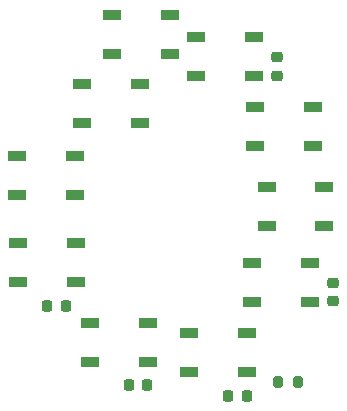
<source format=gbr>
%TF.GenerationSoftware,KiCad,Pcbnew,(6.0.9)*%
%TF.CreationDate,2023-04-01T12:44:57-08:00*%
%TF.ProjectId,FIRE TEST PANEL,46495245-2054-4455-9354-2050414e454c,3*%
%TF.SameCoordinates,Original*%
%TF.FileFunction,Paste,Top*%
%TF.FilePolarity,Positive*%
%FSLAX46Y46*%
G04 Gerber Fmt 4.6, Leading zero omitted, Abs format (unit mm)*
G04 Created by KiCad (PCBNEW (6.0.9)) date 2023-04-01 12:44:57*
%MOMM*%
%LPD*%
G01*
G04 APERTURE LIST*
G04 Aperture macros list*
%AMRoundRect*
0 Rectangle with rounded corners*
0 $1 Rounding radius*
0 $2 $3 $4 $5 $6 $7 $8 $9 X,Y pos of 4 corners*
0 Add a 4 corners polygon primitive as box body*
4,1,4,$2,$3,$4,$5,$6,$7,$8,$9,$2,$3,0*
0 Add four circle primitives for the rounded corners*
1,1,$1+$1,$2,$3*
1,1,$1+$1,$4,$5*
1,1,$1+$1,$6,$7*
1,1,$1+$1,$8,$9*
0 Add four rect primitives between the rounded corners*
20,1,$1+$1,$2,$3,$4,$5,0*
20,1,$1+$1,$4,$5,$6,$7,0*
20,1,$1+$1,$6,$7,$8,$9,0*
20,1,$1+$1,$8,$9,$2,$3,0*%
G04 Aperture macros list end*
%ADD10RoundRect,0.200000X0.200000X0.275000X-0.200000X0.275000X-0.200000X-0.275000X0.200000X-0.275000X0*%
%ADD11RoundRect,0.225000X-0.250000X0.225000X-0.250000X-0.225000X0.250000X-0.225000X0.250000X0.225000X0*%
%ADD12RoundRect,0.225000X-0.225000X-0.250000X0.225000X-0.250000X0.225000X0.250000X-0.225000X0.250000X0*%
%ADD13R,1.500000X0.900000*%
G04 APERTURE END LIST*
D10*
%TO.C,R1*%
X145232000Y-114958000D03*
X143582000Y-114958000D03*
%TD*%
D11*
%TO.C,C7*%
X148204000Y-106586000D03*
X148204000Y-108136000D03*
%TD*%
D12*
%TO.C,C6*%
X139339000Y-116108000D03*
X140889000Y-116108000D03*
%TD*%
%TO.C,C5*%
X130942000Y-115209000D03*
X132492000Y-115209000D03*
%TD*%
%TO.C,C4*%
X124010000Y-108519000D03*
X125560000Y-108519000D03*
%TD*%
D11*
%TO.C,C3*%
X143495000Y-87477200D03*
X143495000Y-89027200D03*
%TD*%
D13*
%TO.C,D10*%
X126938000Y-89688400D03*
X126938000Y-92988400D03*
X131838000Y-92988400D03*
X131838000Y-89688400D03*
%TD*%
%TO.C,D9*%
X121463000Y-95809600D03*
X121463000Y-99109600D03*
X126363000Y-99109600D03*
X126363000Y-95809600D03*
%TD*%
%TO.C,D8*%
X121514000Y-103226000D03*
X121514000Y-106526000D03*
X126414000Y-106526000D03*
X126414000Y-103226000D03*
%TD*%
%TO.C,D7*%
X127610000Y-109983000D03*
X127610000Y-113283000D03*
X132510000Y-113283000D03*
X132510000Y-109983000D03*
%TD*%
%TO.C,D6*%
X136031000Y-110770000D03*
X136031000Y-114070000D03*
X140931000Y-114070000D03*
X140931000Y-110770000D03*
%TD*%
%TO.C,D5*%
X141353000Y-104903000D03*
X141353000Y-108203000D03*
X146253000Y-108203000D03*
X146253000Y-104903000D03*
%TD*%
%TO.C,D4*%
X142584000Y-98426000D03*
X142584000Y-101726000D03*
X147484000Y-101726000D03*
X147484000Y-98426000D03*
%TD*%
%TO.C,D3*%
X141619000Y-91669600D03*
X141619000Y-94969600D03*
X146519000Y-94969600D03*
X146519000Y-91669600D03*
%TD*%
%TO.C,D2*%
X136640000Y-85776800D03*
X136640000Y-89076800D03*
X141540000Y-89076800D03*
X141540000Y-85776800D03*
%TD*%
%TO.C,D1*%
X129517000Y-83871600D03*
X129517000Y-87171600D03*
X134417000Y-87171600D03*
X134417000Y-83871600D03*
%TD*%
M02*

</source>
